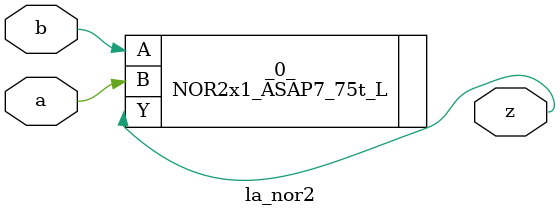
<source format=v>

/* Generated by Yosys 0.37 (git sha1 a5c7f69ed, clang 14.0.0-1ubuntu1.1 -fPIC -Os) */

module la_nor2(a, b, z);
  input a;
  wire a;
  input b;
  wire b;
  output z;
  wire z;
  NOR2x1_ASAP7_75t_L _0_ (
    .A(b),
    .B(a),
    .Y(z)
  );
endmodule

</source>
